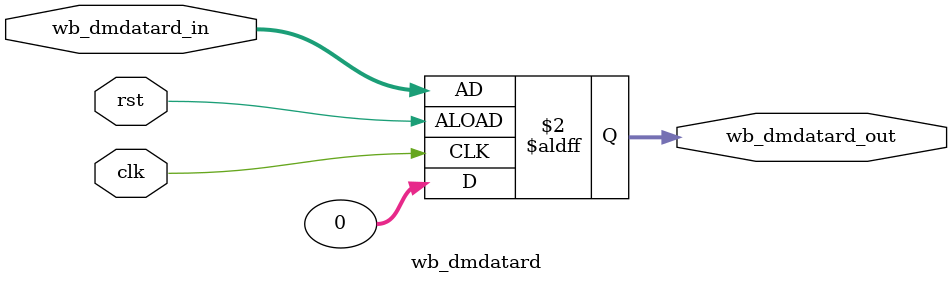
<source format=sv>
module wb_dmdatard(
    input logic clk,
    input logic rst,
    input logic [31:0] wb_dmdatard_in = 32'b0, 
    output logic [31:0] wb_dmdatard_out
     
);

    always_ff @(posedge clk or negedge rst) begin
        if (rst) begin
            wb_dmdatard_out <= 32'b0; 
        end else begin
            wb_dmdatard_out <= wb_dmdatard_in; 
        end
    end
endmodule
</source>
